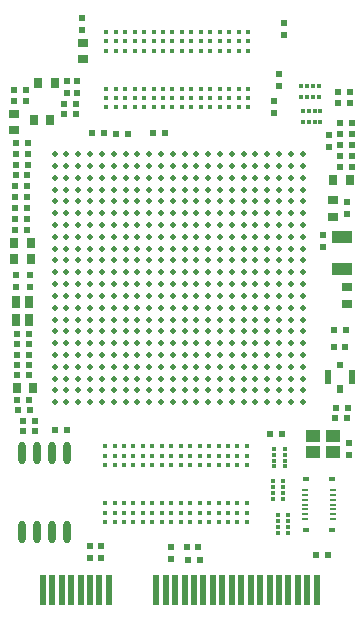
<source format=gtp>
G04 Layer_Color=8421504*
%FSLAX25Y25*%
%MOIN*%
G70*
G01*
G75*
%ADD12R,0.01969X0.02362*%
%ADD13R,0.02362X0.01969*%
%ADD14R,0.03150X0.03543*%
%ADD15R,0.03543X0.03150*%
%ADD16R,0.06693X0.04331*%
%ADD17R,0.01870X0.00866*%
%ADD18R,0.02362X0.01260*%
%ADD19C,0.01969*%
%ADD20R,0.04528X0.03937*%
%ADD21R,0.01378X0.01378*%
%ADD22R,0.01378X0.01378*%
%ADD23O,0.02362X0.07480*%
%ADD24C,0.01693*%
%ADD25R,0.02362X0.09843*%
%ADD26R,0.02953X0.04134*%
%ADD27R,0.01969X0.01969*%
%ADD28R,0.01969X0.02559*%
%ADD29R,0.02362X0.04724*%
D12*
X108100Y-46869D02*
D03*
Y-42932D02*
D03*
X24200Y-28868D02*
D03*
Y-24931D02*
D03*
X20700Y-28868D02*
D03*
Y-24931D02*
D03*
X89900Y-31532D02*
D03*
Y-35469D02*
D03*
X55400Y-184268D02*
D03*
Y-180332D02*
D03*
X25900Y-7869D02*
D03*
Y-3932D02*
D03*
X114800Y-149469D02*
D03*
Y-145531D02*
D03*
X114100Y-65232D02*
D03*
Y-69169D02*
D03*
X32000Y-179832D02*
D03*
Y-183768D02*
D03*
X28300Y-183869D02*
D03*
Y-179931D02*
D03*
X93000Y-5632D02*
D03*
Y-9568D02*
D03*
X91500Y-22632D02*
D03*
Y-26568D02*
D03*
X106200Y-76332D02*
D03*
Y-80269D02*
D03*
X8300Y-89531D02*
D03*
Y-93468D02*
D03*
X3900Y-89531D02*
D03*
Y-93468D02*
D03*
D13*
X19732Y-32600D02*
D03*
X23668D02*
D03*
X3032Y-27900D02*
D03*
X6968D02*
D03*
X19732Y-36000D02*
D03*
X23668D02*
D03*
X3032Y-31600D02*
D03*
X6968D02*
D03*
X109632Y-113400D02*
D03*
X113568D02*
D03*
X111831Y-42600D02*
D03*
X115769D02*
D03*
X37132Y-42400D02*
D03*
X41069D02*
D03*
X7569Y-56300D02*
D03*
X3632D02*
D03*
X49409Y-42126D02*
D03*
X53347D02*
D03*
X115769Y-49900D02*
D03*
X111831D02*
D03*
X115668Y-53500D02*
D03*
X111732D02*
D03*
X7468Y-63600D02*
D03*
X3531D02*
D03*
X33068Y-42100D02*
D03*
X29131D02*
D03*
X65069Y-184600D02*
D03*
X61132D02*
D03*
X60632Y-180100D02*
D03*
X64569D02*
D03*
X107869Y-183000D02*
D03*
X103931D02*
D03*
X111132Y-28600D02*
D03*
X115068D02*
D03*
Y-32100D02*
D03*
X111132D02*
D03*
X111831Y-39000D02*
D03*
X115769D02*
D03*
X3831Y-45700D02*
D03*
X7768D02*
D03*
X16831Y-141300D02*
D03*
X20768D02*
D03*
X9968Y-138200D02*
D03*
X6032D02*
D03*
X4031Y-119500D02*
D03*
X7969D02*
D03*
X6132Y-141700D02*
D03*
X10069D02*
D03*
X4231Y-131200D02*
D03*
X8168D02*
D03*
X8068Y-112700D02*
D03*
X4132D02*
D03*
Y-122900D02*
D03*
X8068D02*
D03*
X3731Y-49200D02*
D03*
X7668D02*
D03*
Y-52800D02*
D03*
X3731D02*
D03*
X111831Y-46200D02*
D03*
X115769D02*
D03*
X4431Y-134700D02*
D03*
X8369D02*
D03*
X7969Y-116100D02*
D03*
X4031D02*
D03*
X3531Y-67300D02*
D03*
X7468D02*
D03*
Y-59900D02*
D03*
X3531D02*
D03*
X3432Y-70900D02*
D03*
X7368D02*
D03*
X7468Y-74400D02*
D03*
X3531D02*
D03*
X4132Y-109200D02*
D03*
X8068D02*
D03*
X88432Y-142500D02*
D03*
X92369D02*
D03*
X109932Y-107900D02*
D03*
X113868D02*
D03*
X114269Y-133800D02*
D03*
X110331D02*
D03*
X114169Y-137200D02*
D03*
X110231D02*
D03*
D14*
X11144Y-25500D02*
D03*
X16656D02*
D03*
X15256Y-37800D02*
D03*
X9744D02*
D03*
X8656Y-79000D02*
D03*
X3144D02*
D03*
X109544Y-57800D02*
D03*
X115056D02*
D03*
X3244Y-84200D02*
D03*
X8756D02*
D03*
X3944Y-127100D02*
D03*
X9456D02*
D03*
D15*
X3100Y-35844D02*
D03*
Y-41356D02*
D03*
X26000Y-12144D02*
D03*
Y-17656D02*
D03*
X109600Y-70056D02*
D03*
Y-64544D02*
D03*
X114200Y-99156D02*
D03*
Y-93644D02*
D03*
D16*
X112300Y-87515D02*
D03*
Y-76885D02*
D03*
D17*
X100000Y-170800D02*
D03*
Y-169225D02*
D03*
Y-167650D02*
D03*
Y-166076D02*
D03*
Y-164501D02*
D03*
Y-162926D02*
D03*
Y-161351D02*
D03*
X109547Y-169225D02*
D03*
Y-167650D02*
D03*
Y-166076D02*
D03*
Y-162926D02*
D03*
Y-170800D02*
D03*
Y-161351D02*
D03*
Y-164501D02*
D03*
D18*
X100504Y-174540D02*
D03*
X109047D02*
D03*
X100504Y-157611D02*
D03*
X109047D02*
D03*
D19*
X16661Y-131939D02*
D03*
Y-128002D02*
D03*
Y-124065D02*
D03*
Y-120128D02*
D03*
Y-116191D02*
D03*
Y-112253D02*
D03*
Y-108317D02*
D03*
Y-104379D02*
D03*
Y-100443D02*
D03*
Y-96505D02*
D03*
Y-92568D02*
D03*
Y-88631D02*
D03*
Y-84694D02*
D03*
Y-80757D02*
D03*
Y-76820D02*
D03*
Y-72883D02*
D03*
Y-68946D02*
D03*
Y-65009D02*
D03*
Y-61072D02*
D03*
Y-57135D02*
D03*
Y-53198D02*
D03*
Y-49261D02*
D03*
X20598Y-131939D02*
D03*
Y-128002D02*
D03*
Y-124065D02*
D03*
Y-120128D02*
D03*
Y-116191D02*
D03*
Y-112253D02*
D03*
Y-108317D02*
D03*
Y-104379D02*
D03*
Y-100443D02*
D03*
Y-96505D02*
D03*
Y-92568D02*
D03*
Y-88631D02*
D03*
Y-84694D02*
D03*
Y-80757D02*
D03*
Y-76820D02*
D03*
Y-72883D02*
D03*
Y-68946D02*
D03*
Y-65009D02*
D03*
Y-61072D02*
D03*
Y-57135D02*
D03*
Y-53198D02*
D03*
Y-49261D02*
D03*
X24535Y-131939D02*
D03*
Y-128002D02*
D03*
Y-124065D02*
D03*
Y-120128D02*
D03*
Y-116191D02*
D03*
Y-112253D02*
D03*
Y-108317D02*
D03*
Y-104379D02*
D03*
Y-100443D02*
D03*
Y-96505D02*
D03*
Y-92568D02*
D03*
Y-88631D02*
D03*
Y-84694D02*
D03*
Y-80757D02*
D03*
Y-76820D02*
D03*
Y-72883D02*
D03*
Y-68946D02*
D03*
Y-65009D02*
D03*
Y-61072D02*
D03*
Y-57135D02*
D03*
Y-53198D02*
D03*
Y-49261D02*
D03*
X28472Y-131939D02*
D03*
Y-128002D02*
D03*
Y-124065D02*
D03*
Y-120128D02*
D03*
Y-116191D02*
D03*
Y-112253D02*
D03*
Y-108317D02*
D03*
Y-104379D02*
D03*
Y-100443D02*
D03*
Y-96505D02*
D03*
Y-92568D02*
D03*
Y-88631D02*
D03*
Y-84694D02*
D03*
Y-80757D02*
D03*
Y-76820D02*
D03*
Y-72883D02*
D03*
Y-68946D02*
D03*
Y-65009D02*
D03*
Y-61072D02*
D03*
Y-57135D02*
D03*
Y-53198D02*
D03*
Y-49261D02*
D03*
X32410Y-131939D02*
D03*
Y-128002D02*
D03*
Y-124065D02*
D03*
Y-120128D02*
D03*
Y-116191D02*
D03*
Y-112253D02*
D03*
Y-108317D02*
D03*
Y-104379D02*
D03*
Y-100443D02*
D03*
Y-96505D02*
D03*
Y-92568D02*
D03*
Y-88631D02*
D03*
Y-84694D02*
D03*
Y-80757D02*
D03*
Y-76820D02*
D03*
Y-72883D02*
D03*
Y-68946D02*
D03*
Y-65009D02*
D03*
Y-61072D02*
D03*
Y-57135D02*
D03*
Y-53198D02*
D03*
Y-49261D02*
D03*
X36347Y-131939D02*
D03*
Y-128002D02*
D03*
Y-124065D02*
D03*
Y-120128D02*
D03*
Y-116191D02*
D03*
Y-112253D02*
D03*
Y-108317D02*
D03*
Y-104379D02*
D03*
Y-100443D02*
D03*
Y-96505D02*
D03*
Y-92568D02*
D03*
Y-88631D02*
D03*
Y-84694D02*
D03*
Y-80757D02*
D03*
Y-76820D02*
D03*
Y-72883D02*
D03*
Y-68946D02*
D03*
Y-65009D02*
D03*
Y-61072D02*
D03*
Y-57135D02*
D03*
Y-53198D02*
D03*
Y-49261D02*
D03*
X40284Y-131939D02*
D03*
Y-128002D02*
D03*
Y-124065D02*
D03*
Y-120128D02*
D03*
Y-116191D02*
D03*
Y-112253D02*
D03*
Y-108317D02*
D03*
Y-104379D02*
D03*
Y-100443D02*
D03*
Y-96505D02*
D03*
Y-92568D02*
D03*
Y-88631D02*
D03*
Y-84694D02*
D03*
Y-80757D02*
D03*
Y-76820D02*
D03*
Y-72883D02*
D03*
Y-68946D02*
D03*
Y-65009D02*
D03*
Y-61072D02*
D03*
Y-57135D02*
D03*
Y-53198D02*
D03*
Y-49261D02*
D03*
X44221Y-131939D02*
D03*
Y-128002D02*
D03*
Y-124065D02*
D03*
Y-120128D02*
D03*
Y-116191D02*
D03*
Y-112253D02*
D03*
Y-108317D02*
D03*
Y-104379D02*
D03*
Y-100443D02*
D03*
Y-96505D02*
D03*
Y-92568D02*
D03*
Y-88631D02*
D03*
Y-84694D02*
D03*
Y-80757D02*
D03*
Y-76820D02*
D03*
Y-72883D02*
D03*
Y-68946D02*
D03*
Y-65009D02*
D03*
Y-61072D02*
D03*
Y-57135D02*
D03*
Y-53198D02*
D03*
Y-49261D02*
D03*
X48158Y-131939D02*
D03*
Y-128002D02*
D03*
Y-124065D02*
D03*
Y-120128D02*
D03*
Y-116191D02*
D03*
Y-112253D02*
D03*
Y-108317D02*
D03*
Y-104379D02*
D03*
Y-100443D02*
D03*
Y-96505D02*
D03*
Y-92568D02*
D03*
Y-88631D02*
D03*
Y-84694D02*
D03*
Y-80757D02*
D03*
Y-76820D02*
D03*
Y-72883D02*
D03*
Y-68946D02*
D03*
Y-65009D02*
D03*
Y-61072D02*
D03*
Y-57135D02*
D03*
Y-53198D02*
D03*
Y-49261D02*
D03*
X52095Y-131939D02*
D03*
Y-128002D02*
D03*
Y-124065D02*
D03*
Y-120128D02*
D03*
Y-116191D02*
D03*
Y-112253D02*
D03*
Y-108317D02*
D03*
Y-104379D02*
D03*
Y-100443D02*
D03*
Y-96505D02*
D03*
Y-92568D02*
D03*
Y-88631D02*
D03*
Y-84694D02*
D03*
Y-80757D02*
D03*
Y-76820D02*
D03*
Y-72883D02*
D03*
Y-68946D02*
D03*
Y-65009D02*
D03*
Y-61072D02*
D03*
Y-57135D02*
D03*
Y-53198D02*
D03*
Y-49261D02*
D03*
X56032Y-131939D02*
D03*
Y-128002D02*
D03*
Y-124065D02*
D03*
Y-120128D02*
D03*
Y-116191D02*
D03*
Y-112253D02*
D03*
Y-108317D02*
D03*
Y-104379D02*
D03*
Y-100443D02*
D03*
Y-96505D02*
D03*
Y-92568D02*
D03*
Y-88631D02*
D03*
Y-84694D02*
D03*
Y-80757D02*
D03*
Y-76820D02*
D03*
Y-72883D02*
D03*
Y-68946D02*
D03*
Y-65009D02*
D03*
Y-61072D02*
D03*
Y-57135D02*
D03*
Y-53198D02*
D03*
Y-49261D02*
D03*
X59969Y-131939D02*
D03*
Y-128002D02*
D03*
Y-124065D02*
D03*
Y-120128D02*
D03*
Y-116191D02*
D03*
Y-112253D02*
D03*
Y-108317D02*
D03*
Y-104379D02*
D03*
Y-100443D02*
D03*
Y-96505D02*
D03*
Y-92568D02*
D03*
Y-88631D02*
D03*
Y-84694D02*
D03*
Y-80757D02*
D03*
Y-76820D02*
D03*
Y-72883D02*
D03*
Y-68946D02*
D03*
Y-65009D02*
D03*
Y-61072D02*
D03*
Y-57135D02*
D03*
Y-53198D02*
D03*
Y-49261D02*
D03*
X63906Y-131939D02*
D03*
Y-128002D02*
D03*
Y-124065D02*
D03*
Y-120128D02*
D03*
Y-116191D02*
D03*
Y-112253D02*
D03*
Y-108317D02*
D03*
Y-104379D02*
D03*
Y-100443D02*
D03*
Y-96505D02*
D03*
Y-92568D02*
D03*
Y-88631D02*
D03*
Y-84694D02*
D03*
Y-80757D02*
D03*
Y-76820D02*
D03*
Y-72883D02*
D03*
Y-68946D02*
D03*
Y-65009D02*
D03*
Y-61072D02*
D03*
Y-57135D02*
D03*
Y-53198D02*
D03*
Y-49261D02*
D03*
X67843Y-131939D02*
D03*
Y-128002D02*
D03*
Y-124065D02*
D03*
Y-120128D02*
D03*
Y-116191D02*
D03*
Y-112253D02*
D03*
Y-108317D02*
D03*
Y-104379D02*
D03*
Y-100443D02*
D03*
Y-96505D02*
D03*
Y-92568D02*
D03*
Y-88631D02*
D03*
Y-84694D02*
D03*
Y-80757D02*
D03*
Y-76820D02*
D03*
Y-72883D02*
D03*
Y-68946D02*
D03*
Y-65009D02*
D03*
Y-61072D02*
D03*
Y-57135D02*
D03*
Y-53198D02*
D03*
Y-49261D02*
D03*
X71780Y-131939D02*
D03*
Y-128002D02*
D03*
Y-124065D02*
D03*
Y-120128D02*
D03*
Y-116191D02*
D03*
Y-112253D02*
D03*
Y-108317D02*
D03*
Y-104379D02*
D03*
Y-100443D02*
D03*
Y-96505D02*
D03*
Y-92568D02*
D03*
Y-88631D02*
D03*
Y-84694D02*
D03*
Y-80757D02*
D03*
Y-76820D02*
D03*
Y-72883D02*
D03*
Y-68946D02*
D03*
Y-65009D02*
D03*
Y-61072D02*
D03*
Y-57135D02*
D03*
Y-53198D02*
D03*
Y-49261D02*
D03*
X75717Y-131939D02*
D03*
Y-128002D02*
D03*
Y-124065D02*
D03*
Y-120128D02*
D03*
Y-116191D02*
D03*
Y-112253D02*
D03*
Y-108317D02*
D03*
Y-104379D02*
D03*
Y-100443D02*
D03*
Y-96505D02*
D03*
Y-92568D02*
D03*
Y-88631D02*
D03*
Y-84694D02*
D03*
Y-80757D02*
D03*
Y-76820D02*
D03*
Y-72883D02*
D03*
Y-68946D02*
D03*
Y-65009D02*
D03*
Y-61072D02*
D03*
Y-57135D02*
D03*
Y-53198D02*
D03*
Y-49261D02*
D03*
X79654Y-131939D02*
D03*
Y-128002D02*
D03*
Y-124065D02*
D03*
Y-120128D02*
D03*
Y-116191D02*
D03*
Y-112253D02*
D03*
Y-108317D02*
D03*
Y-104379D02*
D03*
Y-100443D02*
D03*
Y-96505D02*
D03*
Y-92568D02*
D03*
Y-88631D02*
D03*
Y-84694D02*
D03*
Y-80757D02*
D03*
Y-76820D02*
D03*
Y-72883D02*
D03*
Y-68946D02*
D03*
Y-65009D02*
D03*
Y-61072D02*
D03*
Y-57135D02*
D03*
Y-53198D02*
D03*
Y-49261D02*
D03*
X83591Y-131939D02*
D03*
Y-128002D02*
D03*
Y-124065D02*
D03*
Y-120128D02*
D03*
Y-116191D02*
D03*
Y-112253D02*
D03*
Y-108317D02*
D03*
Y-104379D02*
D03*
Y-100443D02*
D03*
Y-96505D02*
D03*
Y-92568D02*
D03*
Y-88631D02*
D03*
Y-84694D02*
D03*
Y-80757D02*
D03*
Y-76820D02*
D03*
Y-72883D02*
D03*
Y-68946D02*
D03*
Y-65009D02*
D03*
Y-61072D02*
D03*
Y-57135D02*
D03*
Y-53198D02*
D03*
Y-49261D02*
D03*
X87528Y-131939D02*
D03*
Y-128002D02*
D03*
Y-124065D02*
D03*
Y-120128D02*
D03*
Y-116191D02*
D03*
Y-112253D02*
D03*
Y-108317D02*
D03*
Y-104379D02*
D03*
Y-100443D02*
D03*
Y-96505D02*
D03*
Y-92568D02*
D03*
Y-88631D02*
D03*
Y-84694D02*
D03*
Y-80757D02*
D03*
Y-76820D02*
D03*
Y-72883D02*
D03*
Y-68946D02*
D03*
Y-65009D02*
D03*
Y-61072D02*
D03*
Y-57135D02*
D03*
Y-53198D02*
D03*
Y-49261D02*
D03*
X91465Y-131939D02*
D03*
Y-128002D02*
D03*
Y-124065D02*
D03*
Y-120128D02*
D03*
Y-116191D02*
D03*
Y-112253D02*
D03*
Y-108317D02*
D03*
Y-104379D02*
D03*
Y-100443D02*
D03*
Y-96505D02*
D03*
Y-92568D02*
D03*
Y-88631D02*
D03*
Y-84694D02*
D03*
Y-80757D02*
D03*
Y-76820D02*
D03*
Y-72883D02*
D03*
Y-68946D02*
D03*
Y-65009D02*
D03*
Y-61072D02*
D03*
Y-57135D02*
D03*
Y-53198D02*
D03*
Y-49261D02*
D03*
X95402Y-131939D02*
D03*
Y-128002D02*
D03*
Y-124065D02*
D03*
Y-120128D02*
D03*
Y-116191D02*
D03*
Y-112253D02*
D03*
Y-108317D02*
D03*
Y-104379D02*
D03*
Y-100443D02*
D03*
Y-96505D02*
D03*
Y-92568D02*
D03*
Y-88631D02*
D03*
Y-84694D02*
D03*
Y-80757D02*
D03*
Y-76820D02*
D03*
Y-72883D02*
D03*
Y-68946D02*
D03*
Y-65009D02*
D03*
Y-61072D02*
D03*
Y-57135D02*
D03*
Y-53198D02*
D03*
Y-49261D02*
D03*
X99339Y-131939D02*
D03*
Y-128002D02*
D03*
Y-124065D02*
D03*
Y-120128D02*
D03*
Y-116191D02*
D03*
Y-112253D02*
D03*
Y-108317D02*
D03*
Y-104379D02*
D03*
Y-100443D02*
D03*
Y-96505D02*
D03*
Y-92568D02*
D03*
Y-88631D02*
D03*
Y-84694D02*
D03*
Y-80757D02*
D03*
Y-76820D02*
D03*
Y-72883D02*
D03*
Y-68946D02*
D03*
Y-65009D02*
D03*
Y-61072D02*
D03*
Y-57135D02*
D03*
Y-53198D02*
D03*
Y-49261D02*
D03*
D20*
X102753Y-148658D02*
D03*
Y-143342D02*
D03*
X109447Y-148658D02*
D03*
Y-143342D02*
D03*
D21*
X105253Y-34928D02*
D03*
X103284D02*
D03*
X101316D02*
D03*
X99347D02*
D03*
X105253Y-38472D02*
D03*
X103284D02*
D03*
X101316D02*
D03*
X99347D02*
D03*
X104753Y-26528D02*
D03*
X102784D02*
D03*
X100816D02*
D03*
X98847D02*
D03*
X104753Y-30072D02*
D03*
X102784D02*
D03*
X100816D02*
D03*
X98847D02*
D03*
D22*
X91028Y-169547D02*
D03*
Y-171516D02*
D03*
Y-173484D02*
D03*
Y-175453D02*
D03*
X94572Y-169547D02*
D03*
Y-171516D02*
D03*
Y-173484D02*
D03*
Y-175453D02*
D03*
X92872Y-164253D02*
D03*
Y-162284D02*
D03*
Y-160316D02*
D03*
Y-158347D02*
D03*
X89328Y-164253D02*
D03*
Y-162284D02*
D03*
Y-160316D02*
D03*
Y-158347D02*
D03*
X89728Y-147447D02*
D03*
Y-149416D02*
D03*
Y-151384D02*
D03*
Y-153353D02*
D03*
X93272Y-147447D02*
D03*
Y-149416D02*
D03*
Y-151384D02*
D03*
Y-153353D02*
D03*
D23*
X5800Y-175089D02*
D03*
X10800D02*
D03*
X15800D02*
D03*
X20800D02*
D03*
X5800Y-148711D02*
D03*
X10800D02*
D03*
X15800D02*
D03*
X20800D02*
D03*
D24*
X33878Y-33698D02*
D03*
Y-30549D02*
D03*
Y-27399D02*
D03*
Y-14801D02*
D03*
Y-11651D02*
D03*
Y-8502D02*
D03*
X37028Y-33698D02*
D03*
Y-30549D02*
D03*
Y-27399D02*
D03*
Y-14801D02*
D03*
Y-11651D02*
D03*
Y-8502D02*
D03*
X40177Y-33698D02*
D03*
Y-30549D02*
D03*
Y-27399D02*
D03*
Y-14801D02*
D03*
Y-11651D02*
D03*
Y-8502D02*
D03*
X43327Y-33698D02*
D03*
Y-30549D02*
D03*
Y-27399D02*
D03*
Y-14801D02*
D03*
Y-11651D02*
D03*
Y-8502D02*
D03*
X46476Y-33698D02*
D03*
Y-30549D02*
D03*
Y-27399D02*
D03*
Y-14801D02*
D03*
Y-11651D02*
D03*
Y-8502D02*
D03*
X49626Y-33698D02*
D03*
Y-30549D02*
D03*
Y-27399D02*
D03*
Y-14801D02*
D03*
Y-11651D02*
D03*
Y-8502D02*
D03*
X52776Y-33698D02*
D03*
Y-30549D02*
D03*
Y-27399D02*
D03*
Y-14801D02*
D03*
Y-11651D02*
D03*
Y-8502D02*
D03*
X55925Y-33698D02*
D03*
Y-30549D02*
D03*
Y-27399D02*
D03*
Y-14801D02*
D03*
Y-11651D02*
D03*
Y-8502D02*
D03*
X59075Y-33698D02*
D03*
Y-30549D02*
D03*
Y-27399D02*
D03*
Y-14801D02*
D03*
Y-11651D02*
D03*
Y-8502D02*
D03*
X62224Y-33698D02*
D03*
Y-30549D02*
D03*
Y-27399D02*
D03*
Y-14801D02*
D03*
Y-11651D02*
D03*
Y-8502D02*
D03*
X65374Y-33698D02*
D03*
Y-30549D02*
D03*
Y-27399D02*
D03*
Y-14801D02*
D03*
Y-11651D02*
D03*
Y-8502D02*
D03*
X68524Y-33698D02*
D03*
Y-30549D02*
D03*
Y-27399D02*
D03*
Y-14801D02*
D03*
Y-11651D02*
D03*
Y-8502D02*
D03*
X71673Y-33698D02*
D03*
Y-30549D02*
D03*
Y-27399D02*
D03*
Y-14801D02*
D03*
Y-11651D02*
D03*
Y-8502D02*
D03*
X74823Y-33698D02*
D03*
Y-30549D02*
D03*
Y-27399D02*
D03*
Y-14801D02*
D03*
Y-11651D02*
D03*
Y-8502D02*
D03*
X77972Y-33698D02*
D03*
Y-30549D02*
D03*
Y-27399D02*
D03*
Y-14801D02*
D03*
Y-11651D02*
D03*
Y-8502D02*
D03*
X81122Y-33698D02*
D03*
Y-30549D02*
D03*
Y-27399D02*
D03*
Y-14801D02*
D03*
Y-11651D02*
D03*
Y-8502D02*
D03*
X80722Y-146702D02*
D03*
Y-149851D02*
D03*
Y-153001D02*
D03*
Y-165599D02*
D03*
Y-168749D02*
D03*
Y-171898D02*
D03*
X77572Y-146702D02*
D03*
Y-149851D02*
D03*
Y-153001D02*
D03*
Y-165599D02*
D03*
Y-168749D02*
D03*
Y-171898D02*
D03*
X74423Y-146702D02*
D03*
Y-149851D02*
D03*
Y-153001D02*
D03*
Y-165599D02*
D03*
Y-168749D02*
D03*
Y-171898D02*
D03*
X71273Y-146702D02*
D03*
Y-149851D02*
D03*
Y-153001D02*
D03*
Y-165599D02*
D03*
Y-168749D02*
D03*
Y-171898D02*
D03*
X68124Y-146702D02*
D03*
Y-149851D02*
D03*
Y-153001D02*
D03*
Y-165599D02*
D03*
Y-168749D02*
D03*
Y-171898D02*
D03*
X64974Y-146702D02*
D03*
Y-149851D02*
D03*
Y-153001D02*
D03*
Y-165599D02*
D03*
Y-168749D02*
D03*
Y-171898D02*
D03*
X61824Y-146702D02*
D03*
Y-149851D02*
D03*
Y-153001D02*
D03*
Y-165599D02*
D03*
Y-168749D02*
D03*
Y-171898D02*
D03*
X58675Y-146702D02*
D03*
Y-149851D02*
D03*
Y-153001D02*
D03*
Y-165599D02*
D03*
Y-168749D02*
D03*
Y-171898D02*
D03*
X55525Y-146702D02*
D03*
Y-149851D02*
D03*
Y-153001D02*
D03*
Y-165599D02*
D03*
Y-168749D02*
D03*
Y-171898D02*
D03*
X52376Y-146702D02*
D03*
Y-149851D02*
D03*
Y-153001D02*
D03*
Y-165599D02*
D03*
Y-168749D02*
D03*
Y-171898D02*
D03*
X49226Y-146702D02*
D03*
Y-149851D02*
D03*
Y-153001D02*
D03*
Y-165599D02*
D03*
Y-168749D02*
D03*
Y-171898D02*
D03*
X46076Y-146702D02*
D03*
Y-149851D02*
D03*
Y-153001D02*
D03*
Y-165599D02*
D03*
Y-168749D02*
D03*
Y-171898D02*
D03*
X42927Y-146702D02*
D03*
Y-149851D02*
D03*
Y-153001D02*
D03*
Y-165599D02*
D03*
Y-168749D02*
D03*
Y-171898D02*
D03*
X39777Y-146702D02*
D03*
Y-149851D02*
D03*
Y-153001D02*
D03*
Y-165599D02*
D03*
Y-168749D02*
D03*
Y-171898D02*
D03*
X36628Y-146702D02*
D03*
Y-149851D02*
D03*
Y-153001D02*
D03*
Y-165599D02*
D03*
Y-168749D02*
D03*
Y-171898D02*
D03*
X33478Y-146702D02*
D03*
Y-149851D02*
D03*
Y-153001D02*
D03*
Y-165599D02*
D03*
Y-168749D02*
D03*
Y-171898D02*
D03*
D25*
X12702Y-194694D02*
D03*
X15852D02*
D03*
X19001D02*
D03*
X22151D02*
D03*
X25300D02*
D03*
X28450D02*
D03*
X31600D02*
D03*
X34749D02*
D03*
X50497Y-194694D02*
D03*
X53647D02*
D03*
X56796D02*
D03*
X59946D02*
D03*
X63096D02*
D03*
X66245D02*
D03*
X69395D02*
D03*
X72544D02*
D03*
X75694D02*
D03*
X78844D02*
D03*
X81993D02*
D03*
X85143D02*
D03*
X88292D02*
D03*
X91442D02*
D03*
X94592D02*
D03*
X97741D02*
D03*
X100891D02*
D03*
X104041D02*
D03*
D26*
X3635Y-104453D02*
D03*
Y-98547D02*
D03*
X7965Y-104453D02*
D03*
Y-98547D02*
D03*
D27*
X111700Y-119466D02*
D03*
D28*
Y-127439D02*
D03*
D29*
X107763Y-123600D02*
D03*
X115637D02*
D03*
M02*

</source>
